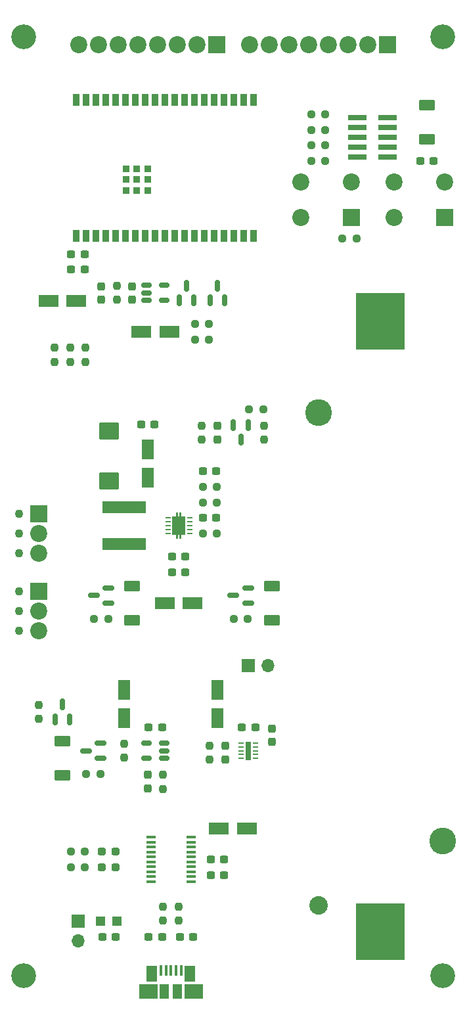
<source format=gbr>
G04 #@! TF.GenerationSoftware,KiCad,Pcbnew,8.0.5-8.0.5-0~ubuntu24.04.1*
G04 #@! TF.CreationDate,2024-10-26T16:25:55+03:00*
G04 #@! TF.ProjectId,esp32-main,65737033-322d-46d6-9169-6e2e6b696361,B*
G04 #@! TF.SameCoordinates,Original*
G04 #@! TF.FileFunction,Soldermask,Top*
G04 #@! TF.FilePolarity,Negative*
%FSLAX46Y46*%
G04 Gerber Fmt 4.6, Leading zero omitted, Abs format (unit mm)*
G04 Created by KiCad (PCBNEW 8.0.5-8.0.5-0~ubuntu24.04.1) date 2024-10-26 16:25:55*
%MOMM*%
%LPD*%
G01*
G04 APERTURE LIST*
G04 Aperture macros list*
%AMRoundRect*
0 Rectangle with rounded corners*
0 $1 Rounding radius*
0 $2 $3 $4 $5 $6 $7 $8 $9 X,Y pos of 4 corners*
0 Add a 4 corners polygon primitive as box body*
4,1,4,$2,$3,$4,$5,$6,$7,$8,$9,$2,$3,0*
0 Add four circle primitives for the rounded corners*
1,1,$1+$1,$2,$3*
1,1,$1+$1,$4,$5*
1,1,$1+$1,$6,$7*
1,1,$1+$1,$8,$9*
0 Add four rect primitives between the rounded corners*
20,1,$1+$1,$2,$3,$4,$5,0*
20,1,$1+$1,$4,$5,$6,$7,0*
20,1,$1+$1,$6,$7,$8,$9,0*
20,1,$1+$1,$8,$9,$2,$3,0*%
%AMFreePoly0*
4,1,21,-0.125000,1.200000,0.125000,1.200000,0.125000,1.700000,0.375000,1.700000,0.375000,1.200000,0.825000,1.200000,0.825000,-1.200000,0.375000,-1.200000,0.375000,-1.700000,0.125000,-1.700000,0.125000,-1.200000,-0.125000,-1.200000,-0.125000,-1.700000,-0.375000,-1.700000,-0.375000,-1.200000,-0.825000,-1.200000,-0.825000,1.200000,-0.375000,1.200000,-0.375000,1.700000,-0.125000,1.700000,
-0.125000,1.200000,-0.125000,1.200000,$1*%
G04 Aperture macros list end*
%ADD10RoundRect,0.237500X-0.237500X0.250000X-0.237500X-0.250000X0.237500X-0.250000X0.237500X0.250000X0*%
%ADD11RoundRect,0.237500X-0.250000X-0.237500X0.250000X-0.237500X0.250000X0.237500X-0.250000X0.237500X0*%
%ADD12C,2.200000*%
%ADD13R,2.200000X2.200000*%
%ADD14RoundRect,0.250000X-1.050000X-0.550000X1.050000X-0.550000X1.050000X0.550000X-1.050000X0.550000X0*%
%ADD15R,5.689600X1.600200*%
%ADD16RoundRect,0.237500X0.237500X-0.250000X0.237500X0.250000X-0.237500X0.250000X-0.237500X-0.250000X0*%
%ADD17RoundRect,0.237500X-0.300000X-0.237500X0.300000X-0.237500X0.300000X0.237500X-0.300000X0.237500X0*%
%ADD18C,1.100000*%
%ADD19RoundRect,0.150000X0.587500X0.150000X-0.587500X0.150000X-0.587500X-0.150000X0.587500X-0.150000X0*%
%ADD20R,0.450000X1.380000*%
%ADD21R,2.375000X1.900000*%
%ADD22R,1.475000X2.100000*%
%ADD23R,1.175000X1.900000*%
%ADD24RoundRect,0.237500X0.237500X-0.300000X0.237500X0.300000X-0.237500X0.300000X-0.237500X-0.300000X0*%
%ADD25C,3.200000*%
%ADD26RoundRect,0.237500X0.237500X-0.287500X0.237500X0.287500X-0.237500X0.287500X-0.237500X-0.287500X0*%
%ADD27RoundRect,0.150000X0.512500X0.150000X-0.512500X0.150000X-0.512500X-0.150000X0.512500X-0.150000X0*%
%ADD28R,1.700000X1.700000*%
%ADD29O,1.700000X1.700000*%
%ADD30RoundRect,0.237500X-0.237500X0.300000X-0.237500X-0.300000X0.237500X-0.300000X0.237500X0.300000X0*%
%ADD31RoundRect,0.250000X-0.550000X1.050000X-0.550000X-1.050000X0.550000X-1.050000X0.550000X1.050000X0*%
%ADD32RoundRect,0.237500X0.300000X0.237500X-0.300000X0.237500X-0.300000X-0.237500X0.300000X-0.237500X0*%
%ADD33RoundRect,0.237500X0.287500X0.237500X-0.287500X0.237500X-0.287500X-0.237500X0.287500X-0.237500X0*%
%ADD34RoundRect,0.062500X-0.287500X-0.062500X0.287500X-0.062500X0.287500X0.062500X-0.287500X0.062500X0*%
%ADD35R,0.640000X2.400000*%
%ADD36R,2.400000X0.740000*%
%ADD37R,0.900000X0.900000*%
%ADD38R,0.900000X1.500000*%
%ADD39RoundRect,0.237500X0.250000X0.237500X-0.250000X0.237500X-0.250000X-0.237500X0.250000X-0.237500X0*%
%ADD40R,1.200000X0.400000*%
%ADD41RoundRect,0.250000X0.550000X-1.050000X0.550000X1.050000X-0.550000X1.050000X-0.550000X-1.050000X0*%
%ADD42RoundRect,0.150000X0.150000X-0.587500X0.150000X0.587500X-0.150000X0.587500X-0.150000X-0.587500X0*%
%ADD43RoundRect,0.237500X-0.237500X0.287500X-0.237500X-0.287500X0.237500X-0.287500X0.237500X0.287500X0*%
%ADD44RoundRect,0.250000X-0.800000X0.450000X-0.800000X-0.450000X0.800000X-0.450000X0.800000X0.450000X0*%
%ADD45R,1.200000X1.200000*%
%ADD46RoundRect,0.150000X-0.512500X-0.150000X0.512500X-0.150000X0.512500X0.150000X-0.512500X0.150000X0*%
%ADD47R,6.350000X7.340000*%
%ADD48C,3.450000*%
%ADD49C,2.390000*%
%ADD50RoundRect,0.250000X1.050000X0.550000X-1.050000X0.550000X-1.050000X-0.550000X1.050000X-0.550000X0*%
%ADD51RoundRect,0.250000X-1.025000X0.875000X-1.025000X-0.875000X1.025000X-0.875000X1.025000X0.875000X0*%
%ADD52RoundRect,0.150000X-0.150000X0.587500X-0.150000X-0.587500X0.150000X-0.587500X0.150000X0.587500X0*%
%ADD53RoundRect,0.060000X-0.240000X-0.060000X0.240000X-0.060000X0.240000X0.060000X-0.240000X0.060000X0*%
%ADD54FreePoly0,0.000000*%
G04 APERTURE END LIST*
D10*
X117000000Y-72912500D03*
X117000000Y-71087500D03*
X137000000Y-122337500D03*
X137000000Y-124162500D03*
D11*
X121087500Y-126000000D03*
X122912500Y-126000000D03*
D12*
X160750000Y-49750000D03*
X167250000Y-49750000D03*
X160750000Y-54250000D03*
D13*
X167250000Y-54250000D03*
D12*
X148750000Y-49750000D03*
X155250000Y-49750000D03*
X148750000Y-54250000D03*
D13*
X155250000Y-54250000D03*
D14*
X138200000Y-133000000D03*
X141800000Y-133000000D03*
D15*
X126000000Y-96349500D03*
X126000000Y-91650500D03*
D11*
X137912500Y-95000000D03*
X136087500Y-95000000D03*
D16*
X131000000Y-127912500D03*
X131000000Y-126087500D03*
D11*
X137912500Y-89000000D03*
X136087500Y-89000000D03*
D17*
X136137500Y-93000000D03*
X137862500Y-93000000D03*
D18*
X112460000Y-102460000D03*
X112460000Y-105000000D03*
X112460000Y-107540000D03*
D13*
X115000000Y-102460000D03*
D12*
X115000000Y-105000000D03*
X115000000Y-107540000D03*
D10*
X119000000Y-71087500D03*
X119000000Y-72912500D03*
D19*
X123937500Y-103950000D03*
X123937500Y-102050000D03*
X122062500Y-103000000D03*
D20*
X130700000Y-151340000D03*
X131350000Y-151340000D03*
X132000000Y-151340000D03*
X132650000Y-151340000D03*
X133300000Y-151340000D03*
D21*
X134912500Y-154000000D03*
D22*
X134462500Y-151700000D03*
D23*
X132837500Y-154000000D03*
X131162500Y-154000000D03*
D22*
X129537500Y-151700000D03*
D21*
X129087500Y-154000000D03*
D24*
X145000000Y-120137500D03*
X145000000Y-121862500D03*
D25*
X167000000Y-31000000D03*
D17*
X141137500Y-120000000D03*
X142862500Y-120000000D03*
D26*
X129000000Y-126125000D03*
X129000000Y-127875000D03*
D14*
X128200000Y-69000000D03*
X131800000Y-69000000D03*
D16*
X126000000Y-123912500D03*
X126000000Y-122087500D03*
D27*
X128862500Y-123950000D03*
X128862500Y-122050000D03*
X131137500Y-122050000D03*
X131137500Y-123000000D03*
X131137500Y-123950000D03*
D11*
X143912500Y-79000000D03*
X142087500Y-79000000D03*
D28*
X120000000Y-145000000D03*
D29*
X120000000Y-147540000D03*
D30*
X123000000Y-64862500D03*
X123000000Y-63137500D03*
D10*
X133000000Y-144912500D03*
X133000000Y-143087500D03*
D31*
X129000000Y-84200000D03*
X129000000Y-87800000D03*
D10*
X136000000Y-82912500D03*
X136000000Y-81087500D03*
D32*
X119137500Y-61000000D03*
X120862500Y-61000000D03*
D17*
X133862500Y-100000000D03*
X132137500Y-100000000D03*
D16*
X125000000Y-63087500D03*
X125000000Y-64912500D03*
D33*
X124875000Y-138000000D03*
X123125000Y-138000000D03*
D34*
X141075000Y-122000000D03*
X141075000Y-122500000D03*
X141075000Y-123000000D03*
X141075000Y-123500000D03*
X141075000Y-124000000D03*
X142925000Y-124000000D03*
X142925000Y-123500000D03*
X142925000Y-123000000D03*
X142925000Y-122500000D03*
X142925000Y-122000000D03*
D35*
X142000000Y-123000000D03*
D36*
X156050000Y-41460000D03*
X159950000Y-41460000D03*
X156050000Y-42730000D03*
X159950000Y-42730000D03*
X156050000Y-44000000D03*
X159950000Y-44000000D03*
X156050000Y-45270000D03*
X159950000Y-45270000D03*
X156050000Y-46540000D03*
X159950000Y-46540000D03*
D37*
X129000000Y-48000000D03*
X127600000Y-48000000D03*
X126200000Y-48000000D03*
X129000000Y-49400000D03*
X127600000Y-49400000D03*
X126200000Y-49400000D03*
X129000000Y-50800000D03*
X127600000Y-50800000D03*
X126200000Y-50805000D03*
D38*
X119805000Y-39150000D03*
X121075000Y-39150000D03*
X122345000Y-39150000D03*
X123615000Y-39150000D03*
X124885000Y-39150000D03*
X126155000Y-39150000D03*
X127425000Y-39150000D03*
X128695000Y-39150000D03*
X129965000Y-39150000D03*
X131235000Y-39150000D03*
X132505000Y-39150000D03*
X133775000Y-39150000D03*
X135045000Y-39150000D03*
X136315000Y-39150000D03*
X137585000Y-39150000D03*
X138855000Y-39150000D03*
X140125000Y-39150000D03*
X141395000Y-39150000D03*
X142665000Y-39150000D03*
X142665000Y-56650000D03*
X141395000Y-56650000D03*
X140125000Y-56650000D03*
X138855000Y-56650000D03*
X137585000Y-56650000D03*
X136315000Y-56650000D03*
X135045000Y-56650000D03*
X133775000Y-56650000D03*
X132505000Y-56650000D03*
X131235000Y-56650000D03*
X129965000Y-56650000D03*
X128695000Y-56650000D03*
X127425000Y-56650000D03*
X126155000Y-56650000D03*
X124885000Y-56650000D03*
X123615000Y-56650000D03*
X122345000Y-56650000D03*
X121075000Y-56650000D03*
X119805000Y-56650000D03*
D39*
X150087500Y-47000000D03*
X151912500Y-47000000D03*
D25*
X113000000Y-31000000D03*
D28*
X142000000Y-112000000D03*
D29*
X144540000Y-112000000D03*
D39*
X150087500Y-45000000D03*
X151912500Y-45000000D03*
D11*
X141912500Y-106000000D03*
X140087500Y-106000000D03*
D40*
X129400000Y-134142500D03*
X129400000Y-134777500D03*
X129400000Y-135412500D03*
X129400000Y-136047500D03*
X129400000Y-136682500D03*
X129400000Y-137317500D03*
X129400000Y-137952500D03*
X129400000Y-138587500D03*
X129400000Y-139222500D03*
X129400000Y-139857500D03*
X134600000Y-139857500D03*
X134600000Y-139222500D03*
X134600000Y-138587500D03*
X134600000Y-137952500D03*
X134600000Y-137317500D03*
X134600000Y-136682500D03*
X134600000Y-136047500D03*
X134600000Y-135412500D03*
X134600000Y-134777500D03*
X134600000Y-134142500D03*
D41*
X126000000Y-115200000D03*
X126000000Y-118800000D03*
D39*
X150087500Y-43000000D03*
X151912500Y-43000000D03*
D33*
X124875000Y-136000000D03*
X123125000Y-136000000D03*
D17*
X137137500Y-137000000D03*
X138862500Y-137000000D03*
D42*
X118000000Y-117062500D03*
X118950000Y-118937500D03*
X117050000Y-118937500D03*
D12*
X142110000Y-32000000D03*
X144650000Y-32000000D03*
X147190000Y-32000000D03*
X149730000Y-32000000D03*
X152270000Y-32000000D03*
X154810000Y-32000000D03*
X157350000Y-32000000D03*
D13*
X159890000Y-32000000D03*
D43*
X138000000Y-81125000D03*
X138000000Y-82875000D03*
D11*
X136912500Y-70000000D03*
X135087500Y-70000000D03*
D17*
X130862500Y-120000000D03*
X129137500Y-120000000D03*
D39*
X119087500Y-136000000D03*
X120912500Y-136000000D03*
D32*
X124862500Y-147000000D03*
X123137500Y-147000000D03*
D10*
X131000000Y-144912500D03*
X131000000Y-143087500D03*
D25*
X167000000Y-152000000D03*
D32*
X129137500Y-147000000D03*
X130862500Y-147000000D03*
D44*
X118000000Y-126200000D03*
X118000000Y-121800000D03*
D11*
X123912500Y-106000000D03*
X122087500Y-106000000D03*
D42*
X133050000Y-64937500D03*
X134950000Y-64937500D03*
X134000000Y-63062500D03*
D45*
X125050000Y-145000000D03*
X122950000Y-145000000D03*
D46*
X131137500Y-63050000D03*
X131137500Y-64950000D03*
X128862500Y-64950000D03*
X128862500Y-64000000D03*
X128862500Y-63050000D03*
D39*
X135087500Y-68000000D03*
X136912500Y-68000000D03*
X151912500Y-41000000D03*
X150087500Y-41000000D03*
D17*
X128137500Y-81000000D03*
X129862500Y-81000000D03*
D11*
X155912500Y-57000000D03*
X154087500Y-57000000D03*
D44*
X165000000Y-44200000D03*
X165000000Y-39800000D03*
D25*
X113000000Y-152000000D03*
D32*
X137862500Y-87000000D03*
X136137500Y-87000000D03*
D42*
X137050000Y-64937500D03*
X138950000Y-64937500D03*
X138000000Y-63062500D03*
D47*
X159000000Y-67670000D03*
X159000000Y-146330000D03*
D48*
X151000000Y-79400000D03*
X167000000Y-134600000D03*
D49*
X151000000Y-142930000D03*
D50*
X119800000Y-65000000D03*
X116200000Y-65000000D03*
D39*
X136087500Y-91000000D03*
X137912500Y-91000000D03*
D44*
X145000000Y-101800000D03*
X145000000Y-106200000D03*
D41*
X138000000Y-118800000D03*
X138000000Y-115200000D03*
D44*
X127000000Y-101800000D03*
X127000000Y-106200000D03*
D19*
X141937500Y-103950000D03*
X141937500Y-102050000D03*
X140062500Y-103000000D03*
D30*
X139000000Y-122387500D03*
X139000000Y-124112500D03*
D19*
X121062500Y-123000000D03*
X122937500Y-122050000D03*
X122937500Y-123950000D03*
D17*
X165862500Y-47000000D03*
X164137500Y-47000000D03*
D18*
X112460000Y-92460000D03*
X112460000Y-95000000D03*
X112460000Y-97540000D03*
D13*
X115000000Y-92460000D03*
D12*
X115000000Y-95000000D03*
X115000000Y-97540000D03*
D10*
X115000000Y-117087500D03*
X115000000Y-118912500D03*
X144000000Y-82912500D03*
X144000000Y-81087500D03*
D51*
X124000000Y-81800000D03*
X124000000Y-88200000D03*
D10*
X121000000Y-72912500D03*
X121000000Y-71087500D03*
D39*
X119087500Y-138000000D03*
X120912500Y-138000000D03*
D32*
X119137500Y-59000000D03*
X120862500Y-59000000D03*
D17*
X133862500Y-98000000D03*
X132137500Y-98000000D03*
D52*
X141950000Y-81062500D03*
X140050000Y-81062500D03*
X141000000Y-82937500D03*
D17*
X137137500Y-139000000D03*
X138862500Y-139000000D03*
D24*
X127000000Y-63137500D03*
X127000000Y-64862500D03*
D14*
X134800000Y-104000000D03*
X131200000Y-104000000D03*
D17*
X133137500Y-147000000D03*
X134862500Y-147000000D03*
D53*
X131600000Y-93000000D03*
X131600000Y-93500000D03*
X131600000Y-94000000D03*
X131600000Y-94500000D03*
X131600000Y-95000000D03*
X134400000Y-95000000D03*
X134400000Y-94500000D03*
X134400000Y-94000000D03*
X134400000Y-93500000D03*
X134400000Y-93000000D03*
D54*
X133000000Y-94000000D03*
D13*
X137890000Y-32000000D03*
D12*
X135350000Y-32000000D03*
X132810000Y-32000000D03*
X130270000Y-32000000D03*
X127730000Y-32000000D03*
X125190000Y-32000000D03*
X122650000Y-32000000D03*
X120110000Y-32000000D03*
M02*

</source>
